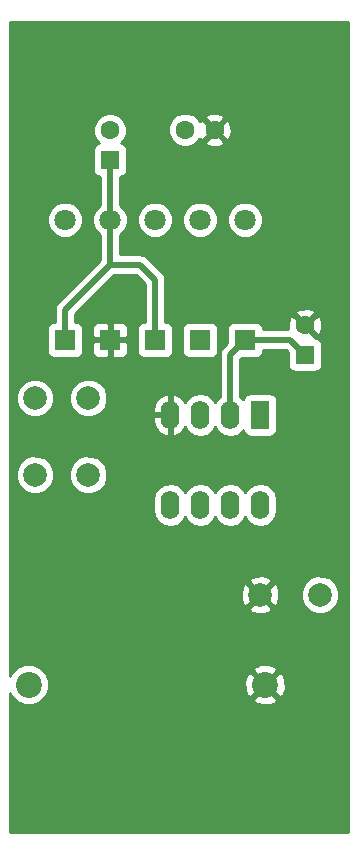
<source format=gbl>
G04 #@! TF.FileFunction,Copper,L2,Bot,Signal*
%FSLAX46Y46*%
G04 Gerber Fmt 4.6, Leading zero omitted, Abs format (unit mm)*
G04 Created by KiCad (PCBNEW 4.0.1-stable) date 2017/05/09 18:16:20*
%MOMM*%
G01*
G04 APERTURE LIST*
%ADD10C,0.100000*%
%ADD11C,2.200000*%
%ADD12C,1.600000*%
%ADD13R,1.600000X1.600000*%
%ADD14C,1.800000*%
%ADD15R,1.800000X1.800000*%
%ADD16C,2.000000*%
%ADD17R,1.600000X2.400000*%
%ADD18O,1.600000X2.400000*%
%ADD19C,0.500000*%
%ADD20C,0.254000*%
G04 APERTURE END LIST*
D10*
D11*
X130915000Y-130175000D03*
X150915000Y-130175000D03*
D12*
X144145000Y-83185000D03*
X146645000Y-83185000D03*
D13*
X137795000Y-85725000D03*
D12*
X137795000Y-83225000D03*
D13*
X154305000Y-102235000D03*
D12*
X154305000Y-99735000D03*
D14*
X133985000Y-90805000D03*
D15*
X133985000Y-100965000D03*
D14*
X137795000Y-90805000D03*
D15*
X137795000Y-100965000D03*
D14*
X141605000Y-90805000D03*
D15*
X141605000Y-100965000D03*
D14*
X149225000Y-90805000D03*
D15*
X149225000Y-100965000D03*
D14*
X145415000Y-90805000D03*
D15*
X145415000Y-100965000D03*
D16*
X155575000Y-122555000D03*
X150495000Y-122555000D03*
X135945000Y-112395000D03*
X131445000Y-112395000D03*
X135945000Y-105895000D03*
X131445000Y-105895000D03*
D17*
X150495000Y-107315000D03*
D18*
X142875000Y-114935000D03*
X147955000Y-107315000D03*
X145415000Y-114935000D03*
X145415000Y-107315000D03*
X147955000Y-114935000D03*
X142875000Y-107315000D03*
X150495000Y-114935000D03*
D19*
X141605000Y-100965000D02*
X141605000Y-95885000D01*
X140335000Y-94615000D02*
X137795000Y-94615000D01*
X141605000Y-95885000D02*
X140335000Y-94615000D01*
X133985000Y-100965000D02*
X133985000Y-98425000D01*
X137795000Y-94615000D02*
X137795000Y-85725000D01*
X133985000Y-98425000D02*
X137795000Y-94615000D01*
X147955000Y-102235000D02*
X149225000Y-100965000D01*
X149225000Y-100965000D02*
X153035000Y-100965000D01*
X147955000Y-107315000D02*
X147955000Y-102235000D01*
X153035000Y-100965000D02*
X154305000Y-102235000D01*
D20*
G36*
X129443281Y-131156515D02*
X129930918Y-131645004D01*
X130568373Y-131909699D01*
X131258599Y-131910301D01*
X131896515Y-131646719D01*
X132385004Y-131159082D01*
X132649699Y-130521627D01*
X132650301Y-129831401D01*
X132386719Y-129193485D01*
X131899082Y-128704996D01*
X131768795Y-128650896D01*
X131768795Y-114030284D01*
X132369943Y-113781894D01*
X132830278Y-113322363D01*
X133079716Y-112721648D01*
X133080284Y-112071205D01*
X132831894Y-111470057D01*
X132372363Y-111009722D01*
X131771648Y-110760284D01*
X131768795Y-110760282D01*
X131768795Y-107530284D01*
X132369943Y-107281894D01*
X132830278Y-106822363D01*
X133079716Y-106221648D01*
X133080284Y-105571205D01*
X132831894Y-104970057D01*
X132372363Y-104509722D01*
X131771648Y-104260284D01*
X131121205Y-104259716D01*
X130520057Y-104508106D01*
X130059722Y-104967637D01*
X129810284Y-105568352D01*
X129809716Y-106218795D01*
X130058106Y-106819943D01*
X130517637Y-107280278D01*
X131118352Y-107529716D01*
X131768795Y-107530284D01*
X131768795Y-110760282D01*
X131121205Y-110759716D01*
X130520057Y-111008106D01*
X130059722Y-111467637D01*
X129810284Y-112068352D01*
X129809716Y-112718795D01*
X130058106Y-113319943D01*
X130517637Y-113780278D01*
X131118352Y-114029716D01*
X131768795Y-114030284D01*
X131768795Y-128650896D01*
X131261627Y-128440301D01*
X130571401Y-128439699D01*
X129933485Y-128703281D01*
X129444996Y-129190918D01*
X129330000Y-129467859D01*
X129330000Y-74020000D01*
X157960000Y-74020000D01*
X157960000Y-142650000D01*
X155898795Y-142650000D01*
X155898795Y-124190284D01*
X156499943Y-123941894D01*
X156960278Y-123482363D01*
X157209716Y-122881648D01*
X157210284Y-122231205D01*
X156961894Y-121630057D01*
X156502363Y-121169722D01*
X155901648Y-120920284D01*
X155251205Y-120919716D01*
X154650057Y-121168106D01*
X154189722Y-121627637D01*
X153940284Y-122228352D01*
X153939716Y-122878795D01*
X154188106Y-123479943D01*
X154647637Y-123940278D01*
X155248352Y-124189716D01*
X155898795Y-124190284D01*
X155898795Y-142650000D01*
X152139868Y-142650000D01*
X152139868Y-131220263D01*
X152417099Y-131109359D01*
X152660323Y-130463407D01*
X152637836Y-129773547D01*
X152417099Y-129240641D01*
X152139868Y-129129737D01*
X151094605Y-130175000D01*
X152139868Y-131220263D01*
X152139868Y-142650000D01*
X150626593Y-142650000D01*
X150626593Y-131920323D01*
X151316453Y-131897836D01*
X151849359Y-131677099D01*
X151960263Y-131399868D01*
X150915000Y-130354605D01*
X150915000Y-129995395D01*
X151960263Y-128950132D01*
X151849359Y-128672901D01*
X151647532Y-128596906D01*
X151647532Y-123527927D01*
X151914387Y-123429264D01*
X152140908Y-122819539D01*
X152116856Y-122169540D01*
X151914387Y-121680736D01*
X151647532Y-121582073D01*
X150674605Y-122555000D01*
X151647532Y-123527927D01*
X151647532Y-128596906D01*
X151203407Y-128429677D01*
X150513547Y-128452164D01*
X150230461Y-128569422D01*
X150230461Y-124200908D01*
X150880460Y-124176856D01*
X151369264Y-123974387D01*
X151467927Y-123707532D01*
X150495000Y-122734605D01*
X150495000Y-122375395D01*
X151467927Y-121402468D01*
X151369264Y-121135613D01*
X150759539Y-120909092D01*
X150109540Y-120933144D01*
X149620736Y-121135613D01*
X149522073Y-121402468D01*
X150495000Y-122375395D01*
X150495000Y-122734605D01*
X149522073Y-123707532D01*
X149620736Y-123974387D01*
X150230461Y-124200908D01*
X150230461Y-128569422D01*
X149980641Y-128672901D01*
X149869737Y-128950132D01*
X150915000Y-129995395D01*
X150915000Y-130354605D01*
X149869737Y-131399868D01*
X149980641Y-131677099D01*
X150626593Y-131920323D01*
X150626593Y-142650000D01*
X149690132Y-142650000D01*
X149690132Y-131220263D01*
X150735395Y-130175000D01*
X149690132Y-129129737D01*
X149412901Y-129240641D01*
X149342468Y-129427696D01*
X149342468Y-123527927D01*
X150315395Y-122555000D01*
X149342468Y-121582073D01*
X149075613Y-121680736D01*
X148849092Y-122290461D01*
X148873144Y-122940460D01*
X149075613Y-123429264D01*
X149342468Y-123527927D01*
X149342468Y-129427696D01*
X149169677Y-129886593D01*
X149192164Y-130576453D01*
X149412901Y-131109359D01*
X149690132Y-131220263D01*
X149690132Y-142650000D01*
X142875000Y-142650000D01*
X142875000Y-116805950D01*
X143424151Y-116696717D01*
X143889698Y-116385648D01*
X144145000Y-116003562D01*
X144400302Y-116385648D01*
X144865849Y-116696717D01*
X145415000Y-116805950D01*
X145964151Y-116696717D01*
X146429698Y-116385648D01*
X146685000Y-116003562D01*
X146940302Y-116385648D01*
X147405849Y-116696717D01*
X147955000Y-116805950D01*
X148504151Y-116696717D01*
X148969698Y-116385648D01*
X149225000Y-116003562D01*
X149480302Y-116385648D01*
X149945849Y-116696717D01*
X150495000Y-116805950D01*
X151044151Y-116696717D01*
X151509698Y-116385648D01*
X151820767Y-115920101D01*
X151930000Y-115370950D01*
X151930000Y-114499050D01*
X151820767Y-113949899D01*
X151509698Y-113484352D01*
X151044151Y-113173283D01*
X150495000Y-113064050D01*
X149945849Y-113173283D01*
X149480302Y-113484352D01*
X149225000Y-113866438D01*
X148969698Y-113484352D01*
X148504151Y-113173283D01*
X147955000Y-113064050D01*
X147405849Y-113173283D01*
X146940302Y-113484352D01*
X146685000Y-113866438D01*
X146429698Y-113484352D01*
X145964151Y-113173283D01*
X145415000Y-113064050D01*
X145415000Y-109185950D01*
X145964151Y-109076717D01*
X146429698Y-108765648D01*
X146685000Y-108383562D01*
X146940302Y-108765648D01*
X147405849Y-109076717D01*
X147955000Y-109185950D01*
X148504151Y-109076717D01*
X148969698Y-108765648D01*
X149067251Y-108619650D01*
X149091838Y-108750317D01*
X149230910Y-108966441D01*
X149443110Y-109111431D01*
X149695000Y-109162440D01*
X151295000Y-109162440D01*
X151530317Y-109118162D01*
X151746441Y-108979090D01*
X151891431Y-108766890D01*
X151942440Y-108515000D01*
X151942440Y-106115000D01*
X151898162Y-105879683D01*
X151759090Y-105663559D01*
X151546890Y-105518569D01*
X151295000Y-105467560D01*
X149695000Y-105467560D01*
X149459683Y-105511838D01*
X149243559Y-105650910D01*
X149098569Y-105863110D01*
X149068403Y-106012074D01*
X148969698Y-105864352D01*
X148840000Y-105777690D01*
X148840000Y-102601580D01*
X148929140Y-102512440D01*
X150125000Y-102512440D01*
X150360317Y-102468162D01*
X150576441Y-102329090D01*
X150721431Y-102116890D01*
X150772440Y-101865000D01*
X150772440Y-101850000D01*
X152668421Y-101850000D01*
X152857560Y-102039139D01*
X152857560Y-103035000D01*
X152901838Y-103270317D01*
X153040910Y-103486441D01*
X153253110Y-103631431D01*
X153505000Y-103682440D01*
X155105000Y-103682440D01*
X155340317Y-103638162D01*
X155556441Y-103499090D01*
X155701431Y-103286890D01*
X155752440Y-103035000D01*
X155752440Y-101435000D01*
X155708162Y-101199683D01*
X155569090Y-100983559D01*
X155356890Y-100838569D01*
X155312745Y-100829630D01*
X155312745Y-100563139D01*
X155558864Y-100489005D01*
X155751965Y-99951777D01*
X155724778Y-99381546D01*
X155558864Y-98980995D01*
X155312745Y-98906861D01*
X154484605Y-99735000D01*
X155312745Y-100563139D01*
X155312745Y-100829630D01*
X155118799Y-100790354D01*
X155133139Y-100742745D01*
X154305000Y-99914605D01*
X154305000Y-99555395D01*
X155133139Y-98727255D01*
X155059005Y-98481136D01*
X154521777Y-98288035D01*
X153951546Y-98315222D01*
X153550995Y-98481136D01*
X153476861Y-98727255D01*
X154305000Y-99555395D01*
X154305000Y-99914605D01*
X154290858Y-99928747D01*
X154111252Y-99749142D01*
X154125395Y-99735000D01*
X153297255Y-98906861D01*
X153051136Y-98980995D01*
X152858035Y-99518223D01*
X152884819Y-100080000D01*
X150772440Y-100080000D01*
X150772440Y-100065000D01*
X150728162Y-99829683D01*
X150589090Y-99613559D01*
X150376890Y-99468569D01*
X150125000Y-99417560D01*
X149528991Y-99417560D01*
X149528991Y-92340265D01*
X150093371Y-92107068D01*
X150525551Y-91675643D01*
X150759733Y-91111670D01*
X150760265Y-90501009D01*
X150527068Y-89936629D01*
X150095643Y-89504449D01*
X149531670Y-89270267D01*
X148921009Y-89269735D01*
X148356629Y-89502932D01*
X147924449Y-89934357D01*
X147690267Y-90498330D01*
X147689735Y-91108991D01*
X147922932Y-91673371D01*
X148354357Y-92105551D01*
X148918330Y-92339733D01*
X149528991Y-92340265D01*
X149528991Y-99417560D01*
X148325000Y-99417560D01*
X148089683Y-99461838D01*
X147873559Y-99600910D01*
X147728569Y-99813110D01*
X147677560Y-100065000D01*
X147677560Y-101260860D01*
X147652745Y-101285675D01*
X147652745Y-84013139D01*
X147898864Y-83939005D01*
X148091965Y-83401777D01*
X148064778Y-82831546D01*
X147898864Y-82430995D01*
X147652745Y-82356861D01*
X146824605Y-83185000D01*
X147652745Y-84013139D01*
X147652745Y-101285675D01*
X147329210Y-101609210D01*
X147137367Y-101896325D01*
X147126190Y-101952516D01*
X147069999Y-102235000D01*
X147070000Y-102235005D01*
X147070000Y-105777690D01*
X146940302Y-105864352D01*
X146685000Y-106246438D01*
X146429698Y-105864352D01*
X145964151Y-105553283D01*
X145415000Y-105444050D01*
X144865849Y-105553283D01*
X144515000Y-105787713D01*
X144515000Y-102512440D01*
X146315000Y-102512440D01*
X146550317Y-102468162D01*
X146766441Y-102329090D01*
X146911431Y-102116890D01*
X146962440Y-101865000D01*
X146962440Y-100065000D01*
X146918162Y-99829683D01*
X146779090Y-99613559D01*
X146566890Y-99468569D01*
X146315000Y-99417560D01*
X145718991Y-99417560D01*
X145718991Y-92340265D01*
X146283371Y-92107068D01*
X146715551Y-91675643D01*
X146949733Y-91111670D01*
X146950265Y-90501009D01*
X146717068Y-89936629D01*
X146428223Y-89647279D01*
X146428223Y-84631965D01*
X146998454Y-84604778D01*
X147399005Y-84438864D01*
X147473139Y-84192745D01*
X146645000Y-83364605D01*
X146645000Y-83005395D01*
X147473139Y-82177255D01*
X147399005Y-81931136D01*
X146861777Y-81738035D01*
X146291546Y-81765222D01*
X145890995Y-81931136D01*
X145816861Y-82177255D01*
X146645000Y-83005395D01*
X146645000Y-83364605D01*
X145816861Y-84192745D01*
X145890995Y-84438864D01*
X146428223Y-84631965D01*
X146428223Y-89647279D01*
X146285643Y-89504449D01*
X145721670Y-89270267D01*
X145111009Y-89269735D01*
X144546629Y-89502932D01*
X144429187Y-89620168D01*
X144429187Y-84620248D01*
X144956800Y-84402243D01*
X145360824Y-83998923D01*
X145388423Y-83932456D01*
X145391136Y-83939005D01*
X145637255Y-84013139D01*
X146465395Y-83185000D01*
X145637255Y-82356861D01*
X145391136Y-82430995D01*
X145388804Y-82437483D01*
X145362243Y-82373200D01*
X144958923Y-81969176D01*
X144431691Y-81750250D01*
X143860813Y-81749752D01*
X143333200Y-81967757D01*
X142929176Y-82371077D01*
X142710250Y-82898309D01*
X142709752Y-83469187D01*
X142927757Y-83996800D01*
X143331077Y-84400824D01*
X143858309Y-84619750D01*
X144429187Y-84620248D01*
X144429187Y-89620168D01*
X144114449Y-89934357D01*
X143880267Y-90498330D01*
X143879735Y-91108991D01*
X144112932Y-91673371D01*
X144544357Y-92105551D01*
X145108330Y-92339733D01*
X145718991Y-92340265D01*
X145718991Y-99417560D01*
X144515000Y-99417560D01*
X144279683Y-99461838D01*
X144063559Y-99600910D01*
X143918569Y-99813110D01*
X143867560Y-100065000D01*
X143867560Y-101865000D01*
X143911838Y-102100317D01*
X144050910Y-102316441D01*
X144263110Y-102461431D01*
X144515000Y-102512440D01*
X144515000Y-105787713D01*
X144400302Y-105864352D01*
X144147493Y-106242707D01*
X143799896Y-105810500D01*
X143306819Y-105540633D01*
X143224039Y-105523096D01*
X143002000Y-105645085D01*
X143002000Y-107188000D01*
X143022000Y-107188000D01*
X143022000Y-107442000D01*
X143002000Y-107442000D01*
X143002000Y-108984915D01*
X143224039Y-109106904D01*
X143306819Y-109089367D01*
X143799896Y-108819500D01*
X144147493Y-108387293D01*
X144400302Y-108765648D01*
X144865849Y-109076717D01*
X145415000Y-109185950D01*
X145415000Y-113064050D01*
X144865849Y-113173283D01*
X144400302Y-113484352D01*
X144145000Y-113866438D01*
X143889698Y-113484352D01*
X143424151Y-113173283D01*
X142875000Y-113064050D01*
X142525961Y-113133478D01*
X142525961Y-109106904D01*
X142748000Y-108984915D01*
X142748000Y-107442000D01*
X141440000Y-107442000D01*
X141440000Y-107188000D01*
X142748000Y-107188000D01*
X142748000Y-105645085D01*
X142525961Y-105523096D01*
X142443181Y-105540633D01*
X141950104Y-105810500D01*
X141597834Y-106248517D01*
X141440000Y-106788000D01*
X141440000Y-107188000D01*
X141440000Y-107442000D01*
X141440000Y-107842000D01*
X141597834Y-108381483D01*
X141950104Y-108819500D01*
X142443181Y-109089367D01*
X142525961Y-109106904D01*
X142525961Y-113133478D01*
X142325849Y-113173283D01*
X141860302Y-113484352D01*
X141549233Y-113949899D01*
X141440000Y-114499050D01*
X141440000Y-115370950D01*
X141549233Y-115920101D01*
X141860302Y-116385648D01*
X142325849Y-116696717D01*
X142875000Y-116805950D01*
X142875000Y-142650000D01*
X138080750Y-142650000D01*
X138080750Y-102500000D01*
X138821310Y-102500000D01*
X139054699Y-102403327D01*
X139233327Y-102224698D01*
X139330000Y-101991309D01*
X139330000Y-101250750D01*
X139171250Y-101092000D01*
X137922000Y-101092000D01*
X137922000Y-100838000D01*
X139171250Y-100838000D01*
X139330000Y-100679250D01*
X139330000Y-99938691D01*
X139233327Y-99705302D01*
X139054699Y-99526673D01*
X138821310Y-99430000D01*
X138080750Y-99430000D01*
X137922000Y-99588750D01*
X137922000Y-100838000D01*
X137922000Y-101092000D01*
X137922000Y-102341250D01*
X138080750Y-102500000D01*
X138080750Y-142650000D01*
X136268795Y-142650000D01*
X136268795Y-114030284D01*
X136869943Y-113781894D01*
X137330278Y-113322363D01*
X137579716Y-112721648D01*
X137580284Y-112071205D01*
X137331894Y-111470057D01*
X136872363Y-111009722D01*
X136271648Y-110760284D01*
X136268795Y-110760282D01*
X136268795Y-107530284D01*
X136869943Y-107281894D01*
X137330278Y-106822363D01*
X137579716Y-106221648D01*
X137580284Y-105571205D01*
X137331894Y-104970057D01*
X136872363Y-104509722D01*
X136768690Y-104466674D01*
X136768690Y-102500000D01*
X137509250Y-102500000D01*
X137668000Y-102341250D01*
X137668000Y-101092000D01*
X136418750Y-101092000D01*
X136418750Y-100838000D01*
X137668000Y-100838000D01*
X137668000Y-99588750D01*
X137509250Y-99430000D01*
X136768690Y-99430000D01*
X136535301Y-99526673D01*
X136356673Y-99705302D01*
X136260000Y-99938691D01*
X136260000Y-100679250D01*
X136418750Y-100838000D01*
X136418750Y-101092000D01*
X136260000Y-101250750D01*
X136260000Y-101991309D01*
X136356673Y-102224698D01*
X136535301Y-102403327D01*
X136768690Y-102500000D01*
X136768690Y-104466674D01*
X136271648Y-104260284D01*
X135621205Y-104259716D01*
X135020057Y-104508106D01*
X134559722Y-104967637D01*
X134310284Y-105568352D01*
X134309716Y-106218795D01*
X134558106Y-106819943D01*
X135017637Y-107280278D01*
X135618352Y-107529716D01*
X136268795Y-107530284D01*
X136268795Y-110760282D01*
X135621205Y-110759716D01*
X135020057Y-111008106D01*
X134559722Y-111467637D01*
X134310284Y-112068352D01*
X134309716Y-112718795D01*
X134558106Y-113319943D01*
X135017637Y-113780278D01*
X135618352Y-114029716D01*
X136268795Y-114030284D01*
X136268795Y-142650000D01*
X133085000Y-142650000D01*
X133085000Y-102512440D01*
X134885000Y-102512440D01*
X135120317Y-102468162D01*
X135336441Y-102329090D01*
X135481431Y-102116890D01*
X135532440Y-101865000D01*
X135532440Y-100065000D01*
X135488162Y-99829683D01*
X135349090Y-99613559D01*
X135136890Y-99468569D01*
X134885000Y-99417560D01*
X134870000Y-99417560D01*
X134870000Y-98791580D01*
X138161579Y-95500000D01*
X139968421Y-95500000D01*
X140720000Y-96251580D01*
X140720000Y-99417560D01*
X140705000Y-99417560D01*
X140469683Y-99461838D01*
X140253559Y-99600910D01*
X140108569Y-99813110D01*
X140057560Y-100065000D01*
X140057560Y-101865000D01*
X140101838Y-102100317D01*
X140240910Y-102316441D01*
X140453110Y-102461431D01*
X140705000Y-102512440D01*
X142505000Y-102512440D01*
X142740317Y-102468162D01*
X142956441Y-102329090D01*
X143101431Y-102116890D01*
X143152440Y-101865000D01*
X143152440Y-100065000D01*
X143108162Y-99829683D01*
X142969090Y-99613559D01*
X142756890Y-99468569D01*
X142505000Y-99417560D01*
X142490000Y-99417560D01*
X142490000Y-95885005D01*
X142490001Y-95885000D01*
X142433810Y-95602516D01*
X142422633Y-95546325D01*
X142230790Y-95259210D01*
X141908991Y-94937412D01*
X141908991Y-92340265D01*
X142473371Y-92107068D01*
X142905551Y-91675643D01*
X143139733Y-91111670D01*
X143140265Y-90501009D01*
X142907068Y-89936629D01*
X142475643Y-89504449D01*
X141911670Y-89270267D01*
X141301009Y-89269735D01*
X140736629Y-89502932D01*
X140304449Y-89934357D01*
X140070267Y-90498330D01*
X140069735Y-91108991D01*
X140302932Y-91673371D01*
X140734357Y-92105551D01*
X141298330Y-92339733D01*
X141908991Y-92340265D01*
X141908991Y-94937412D01*
X140960792Y-93989213D01*
X140960790Y-93989210D01*
X140673675Y-93797367D01*
X140469683Y-93756790D01*
X140335000Y-93729999D01*
X140334995Y-93730000D01*
X138680000Y-93730000D01*
X138680000Y-92090468D01*
X139095551Y-91675643D01*
X139329733Y-91111670D01*
X139330265Y-90501009D01*
X139097068Y-89936629D01*
X138680000Y-89518831D01*
X138680000Y-87156446D01*
X138830317Y-87128162D01*
X139046441Y-86989090D01*
X139191431Y-86776890D01*
X139242440Y-86525000D01*
X139242440Y-84925000D01*
X139198162Y-84689683D01*
X139059090Y-84473559D01*
X138846890Y-84328569D01*
X138741959Y-84307320D01*
X139010824Y-84038923D01*
X139229750Y-83511691D01*
X139230248Y-82940813D01*
X139012243Y-82413200D01*
X138608923Y-82009176D01*
X138081691Y-81790250D01*
X137510813Y-81789752D01*
X136983200Y-82007757D01*
X136579176Y-82411077D01*
X136360250Y-82938309D01*
X136359752Y-83509187D01*
X136577757Y-84036800D01*
X136846072Y-84305583D01*
X136759683Y-84321838D01*
X136543559Y-84460910D01*
X136398569Y-84673110D01*
X136347560Y-84925000D01*
X136347560Y-86525000D01*
X136391838Y-86760317D01*
X136530910Y-86976441D01*
X136743110Y-87121431D01*
X136910000Y-87155227D01*
X136910000Y-89519532D01*
X136494449Y-89934357D01*
X136260267Y-90498330D01*
X136259735Y-91108991D01*
X136492932Y-91673371D01*
X136910000Y-92091169D01*
X136910000Y-94248421D01*
X134288991Y-96869429D01*
X134288991Y-92340265D01*
X134853371Y-92107068D01*
X135285551Y-91675643D01*
X135519733Y-91111670D01*
X135520265Y-90501009D01*
X135287068Y-89936629D01*
X134855643Y-89504449D01*
X134291670Y-89270267D01*
X133681009Y-89269735D01*
X133116629Y-89502932D01*
X132684449Y-89934357D01*
X132450267Y-90498330D01*
X132449735Y-91108991D01*
X132682932Y-91673371D01*
X133114357Y-92105551D01*
X133678330Y-92339733D01*
X134288991Y-92340265D01*
X134288991Y-96869429D01*
X133359210Y-97799210D01*
X133167367Y-98086325D01*
X133156190Y-98142516D01*
X133099999Y-98425000D01*
X133100000Y-98425005D01*
X133100000Y-99417560D01*
X133085000Y-99417560D01*
X132849683Y-99461838D01*
X132633559Y-99600910D01*
X132488569Y-99813110D01*
X132437560Y-100065000D01*
X132437560Y-101865000D01*
X132481838Y-102100317D01*
X132620910Y-102316441D01*
X132833110Y-102461431D01*
X133085000Y-102512440D01*
X133085000Y-142650000D01*
X129330000Y-142650000D01*
X129330000Y-130882355D01*
X129443281Y-131156515D01*
X129443281Y-131156515D01*
G37*
X129443281Y-131156515D02*
X129930918Y-131645004D01*
X130568373Y-131909699D01*
X131258599Y-131910301D01*
X131896515Y-131646719D01*
X132385004Y-131159082D01*
X132649699Y-130521627D01*
X132650301Y-129831401D01*
X132386719Y-129193485D01*
X131899082Y-128704996D01*
X131768795Y-128650896D01*
X131768795Y-114030284D01*
X132369943Y-113781894D01*
X132830278Y-113322363D01*
X133079716Y-112721648D01*
X133080284Y-112071205D01*
X132831894Y-111470057D01*
X132372363Y-111009722D01*
X131771648Y-110760284D01*
X131768795Y-110760282D01*
X131768795Y-107530284D01*
X132369943Y-107281894D01*
X132830278Y-106822363D01*
X133079716Y-106221648D01*
X133080284Y-105571205D01*
X132831894Y-104970057D01*
X132372363Y-104509722D01*
X131771648Y-104260284D01*
X131121205Y-104259716D01*
X130520057Y-104508106D01*
X130059722Y-104967637D01*
X129810284Y-105568352D01*
X129809716Y-106218795D01*
X130058106Y-106819943D01*
X130517637Y-107280278D01*
X131118352Y-107529716D01*
X131768795Y-107530284D01*
X131768795Y-110760282D01*
X131121205Y-110759716D01*
X130520057Y-111008106D01*
X130059722Y-111467637D01*
X129810284Y-112068352D01*
X129809716Y-112718795D01*
X130058106Y-113319943D01*
X130517637Y-113780278D01*
X131118352Y-114029716D01*
X131768795Y-114030284D01*
X131768795Y-128650896D01*
X131261627Y-128440301D01*
X130571401Y-128439699D01*
X129933485Y-128703281D01*
X129444996Y-129190918D01*
X129330000Y-129467859D01*
X129330000Y-74020000D01*
X157960000Y-74020000D01*
X157960000Y-142650000D01*
X155898795Y-142650000D01*
X155898795Y-124190284D01*
X156499943Y-123941894D01*
X156960278Y-123482363D01*
X157209716Y-122881648D01*
X157210284Y-122231205D01*
X156961894Y-121630057D01*
X156502363Y-121169722D01*
X155901648Y-120920284D01*
X155251205Y-120919716D01*
X154650057Y-121168106D01*
X154189722Y-121627637D01*
X153940284Y-122228352D01*
X153939716Y-122878795D01*
X154188106Y-123479943D01*
X154647637Y-123940278D01*
X155248352Y-124189716D01*
X155898795Y-124190284D01*
X155898795Y-142650000D01*
X152139868Y-142650000D01*
X152139868Y-131220263D01*
X152417099Y-131109359D01*
X152660323Y-130463407D01*
X152637836Y-129773547D01*
X152417099Y-129240641D01*
X152139868Y-129129737D01*
X151094605Y-130175000D01*
X152139868Y-131220263D01*
X152139868Y-142650000D01*
X150626593Y-142650000D01*
X150626593Y-131920323D01*
X151316453Y-131897836D01*
X151849359Y-131677099D01*
X151960263Y-131399868D01*
X150915000Y-130354605D01*
X150915000Y-129995395D01*
X151960263Y-128950132D01*
X151849359Y-128672901D01*
X151647532Y-128596906D01*
X151647532Y-123527927D01*
X151914387Y-123429264D01*
X152140908Y-122819539D01*
X152116856Y-122169540D01*
X151914387Y-121680736D01*
X151647532Y-121582073D01*
X150674605Y-122555000D01*
X151647532Y-123527927D01*
X151647532Y-128596906D01*
X151203407Y-128429677D01*
X150513547Y-128452164D01*
X150230461Y-128569422D01*
X150230461Y-124200908D01*
X150880460Y-124176856D01*
X151369264Y-123974387D01*
X151467927Y-123707532D01*
X150495000Y-122734605D01*
X150495000Y-122375395D01*
X151467927Y-121402468D01*
X151369264Y-121135613D01*
X150759539Y-120909092D01*
X150109540Y-120933144D01*
X149620736Y-121135613D01*
X149522073Y-121402468D01*
X150495000Y-122375395D01*
X150495000Y-122734605D01*
X149522073Y-123707532D01*
X149620736Y-123974387D01*
X150230461Y-124200908D01*
X150230461Y-128569422D01*
X149980641Y-128672901D01*
X149869737Y-128950132D01*
X150915000Y-129995395D01*
X150915000Y-130354605D01*
X149869737Y-131399868D01*
X149980641Y-131677099D01*
X150626593Y-131920323D01*
X150626593Y-142650000D01*
X149690132Y-142650000D01*
X149690132Y-131220263D01*
X150735395Y-130175000D01*
X149690132Y-129129737D01*
X149412901Y-129240641D01*
X149342468Y-129427696D01*
X149342468Y-123527927D01*
X150315395Y-122555000D01*
X149342468Y-121582073D01*
X149075613Y-121680736D01*
X148849092Y-122290461D01*
X148873144Y-122940460D01*
X149075613Y-123429264D01*
X149342468Y-123527927D01*
X149342468Y-129427696D01*
X149169677Y-129886593D01*
X149192164Y-130576453D01*
X149412901Y-131109359D01*
X149690132Y-131220263D01*
X149690132Y-142650000D01*
X142875000Y-142650000D01*
X142875000Y-116805950D01*
X143424151Y-116696717D01*
X143889698Y-116385648D01*
X144145000Y-116003562D01*
X144400302Y-116385648D01*
X144865849Y-116696717D01*
X145415000Y-116805950D01*
X145964151Y-116696717D01*
X146429698Y-116385648D01*
X146685000Y-116003562D01*
X146940302Y-116385648D01*
X147405849Y-116696717D01*
X147955000Y-116805950D01*
X148504151Y-116696717D01*
X148969698Y-116385648D01*
X149225000Y-116003562D01*
X149480302Y-116385648D01*
X149945849Y-116696717D01*
X150495000Y-116805950D01*
X151044151Y-116696717D01*
X151509698Y-116385648D01*
X151820767Y-115920101D01*
X151930000Y-115370950D01*
X151930000Y-114499050D01*
X151820767Y-113949899D01*
X151509698Y-113484352D01*
X151044151Y-113173283D01*
X150495000Y-113064050D01*
X149945849Y-113173283D01*
X149480302Y-113484352D01*
X149225000Y-113866438D01*
X148969698Y-113484352D01*
X148504151Y-113173283D01*
X147955000Y-113064050D01*
X147405849Y-113173283D01*
X146940302Y-113484352D01*
X146685000Y-113866438D01*
X146429698Y-113484352D01*
X145964151Y-113173283D01*
X145415000Y-113064050D01*
X145415000Y-109185950D01*
X145964151Y-109076717D01*
X146429698Y-108765648D01*
X146685000Y-108383562D01*
X146940302Y-108765648D01*
X147405849Y-109076717D01*
X147955000Y-109185950D01*
X148504151Y-109076717D01*
X148969698Y-108765648D01*
X149067251Y-108619650D01*
X149091838Y-108750317D01*
X149230910Y-108966441D01*
X149443110Y-109111431D01*
X149695000Y-109162440D01*
X151295000Y-109162440D01*
X151530317Y-109118162D01*
X151746441Y-108979090D01*
X151891431Y-108766890D01*
X151942440Y-108515000D01*
X151942440Y-106115000D01*
X151898162Y-105879683D01*
X151759090Y-105663559D01*
X151546890Y-105518569D01*
X151295000Y-105467560D01*
X149695000Y-105467560D01*
X149459683Y-105511838D01*
X149243559Y-105650910D01*
X149098569Y-105863110D01*
X149068403Y-106012074D01*
X148969698Y-105864352D01*
X148840000Y-105777690D01*
X148840000Y-102601580D01*
X148929140Y-102512440D01*
X150125000Y-102512440D01*
X150360317Y-102468162D01*
X150576441Y-102329090D01*
X150721431Y-102116890D01*
X150772440Y-101865000D01*
X150772440Y-101850000D01*
X152668421Y-101850000D01*
X152857560Y-102039139D01*
X152857560Y-103035000D01*
X152901838Y-103270317D01*
X153040910Y-103486441D01*
X153253110Y-103631431D01*
X153505000Y-103682440D01*
X155105000Y-103682440D01*
X155340317Y-103638162D01*
X155556441Y-103499090D01*
X155701431Y-103286890D01*
X155752440Y-103035000D01*
X155752440Y-101435000D01*
X155708162Y-101199683D01*
X155569090Y-100983559D01*
X155356890Y-100838569D01*
X155312745Y-100829630D01*
X155312745Y-100563139D01*
X155558864Y-100489005D01*
X155751965Y-99951777D01*
X155724778Y-99381546D01*
X155558864Y-98980995D01*
X155312745Y-98906861D01*
X154484605Y-99735000D01*
X155312745Y-100563139D01*
X155312745Y-100829630D01*
X155118799Y-100790354D01*
X155133139Y-100742745D01*
X154305000Y-99914605D01*
X154305000Y-99555395D01*
X155133139Y-98727255D01*
X155059005Y-98481136D01*
X154521777Y-98288035D01*
X153951546Y-98315222D01*
X153550995Y-98481136D01*
X153476861Y-98727255D01*
X154305000Y-99555395D01*
X154305000Y-99914605D01*
X154290858Y-99928747D01*
X154111252Y-99749142D01*
X154125395Y-99735000D01*
X153297255Y-98906861D01*
X153051136Y-98980995D01*
X152858035Y-99518223D01*
X152884819Y-100080000D01*
X150772440Y-100080000D01*
X150772440Y-100065000D01*
X150728162Y-99829683D01*
X150589090Y-99613559D01*
X150376890Y-99468569D01*
X150125000Y-99417560D01*
X149528991Y-99417560D01*
X149528991Y-92340265D01*
X150093371Y-92107068D01*
X150525551Y-91675643D01*
X150759733Y-91111670D01*
X150760265Y-90501009D01*
X150527068Y-89936629D01*
X150095643Y-89504449D01*
X149531670Y-89270267D01*
X148921009Y-89269735D01*
X148356629Y-89502932D01*
X147924449Y-89934357D01*
X147690267Y-90498330D01*
X147689735Y-91108991D01*
X147922932Y-91673371D01*
X148354357Y-92105551D01*
X148918330Y-92339733D01*
X149528991Y-92340265D01*
X149528991Y-99417560D01*
X148325000Y-99417560D01*
X148089683Y-99461838D01*
X147873559Y-99600910D01*
X147728569Y-99813110D01*
X147677560Y-100065000D01*
X147677560Y-101260860D01*
X147652745Y-101285675D01*
X147652745Y-84013139D01*
X147898864Y-83939005D01*
X148091965Y-83401777D01*
X148064778Y-82831546D01*
X147898864Y-82430995D01*
X147652745Y-82356861D01*
X146824605Y-83185000D01*
X147652745Y-84013139D01*
X147652745Y-101285675D01*
X147329210Y-101609210D01*
X147137367Y-101896325D01*
X147126190Y-101952516D01*
X147069999Y-102235000D01*
X147070000Y-102235005D01*
X147070000Y-105777690D01*
X146940302Y-105864352D01*
X146685000Y-106246438D01*
X146429698Y-105864352D01*
X145964151Y-105553283D01*
X145415000Y-105444050D01*
X144865849Y-105553283D01*
X144515000Y-105787713D01*
X144515000Y-102512440D01*
X146315000Y-102512440D01*
X146550317Y-102468162D01*
X146766441Y-102329090D01*
X146911431Y-102116890D01*
X146962440Y-101865000D01*
X146962440Y-100065000D01*
X146918162Y-99829683D01*
X146779090Y-99613559D01*
X146566890Y-99468569D01*
X146315000Y-99417560D01*
X145718991Y-99417560D01*
X145718991Y-92340265D01*
X146283371Y-92107068D01*
X146715551Y-91675643D01*
X146949733Y-91111670D01*
X146950265Y-90501009D01*
X146717068Y-89936629D01*
X146428223Y-89647279D01*
X146428223Y-84631965D01*
X146998454Y-84604778D01*
X147399005Y-84438864D01*
X147473139Y-84192745D01*
X146645000Y-83364605D01*
X146645000Y-83005395D01*
X147473139Y-82177255D01*
X147399005Y-81931136D01*
X146861777Y-81738035D01*
X146291546Y-81765222D01*
X145890995Y-81931136D01*
X145816861Y-82177255D01*
X146645000Y-83005395D01*
X146645000Y-83364605D01*
X145816861Y-84192745D01*
X145890995Y-84438864D01*
X146428223Y-84631965D01*
X146428223Y-89647279D01*
X146285643Y-89504449D01*
X145721670Y-89270267D01*
X145111009Y-89269735D01*
X144546629Y-89502932D01*
X144429187Y-89620168D01*
X144429187Y-84620248D01*
X144956800Y-84402243D01*
X145360824Y-83998923D01*
X145388423Y-83932456D01*
X145391136Y-83939005D01*
X145637255Y-84013139D01*
X146465395Y-83185000D01*
X145637255Y-82356861D01*
X145391136Y-82430995D01*
X145388804Y-82437483D01*
X145362243Y-82373200D01*
X144958923Y-81969176D01*
X144431691Y-81750250D01*
X143860813Y-81749752D01*
X143333200Y-81967757D01*
X142929176Y-82371077D01*
X142710250Y-82898309D01*
X142709752Y-83469187D01*
X142927757Y-83996800D01*
X143331077Y-84400824D01*
X143858309Y-84619750D01*
X144429187Y-84620248D01*
X144429187Y-89620168D01*
X144114449Y-89934357D01*
X143880267Y-90498330D01*
X143879735Y-91108991D01*
X144112932Y-91673371D01*
X144544357Y-92105551D01*
X145108330Y-92339733D01*
X145718991Y-92340265D01*
X145718991Y-99417560D01*
X144515000Y-99417560D01*
X144279683Y-99461838D01*
X144063559Y-99600910D01*
X143918569Y-99813110D01*
X143867560Y-100065000D01*
X143867560Y-101865000D01*
X143911838Y-102100317D01*
X144050910Y-102316441D01*
X144263110Y-102461431D01*
X144515000Y-102512440D01*
X144515000Y-105787713D01*
X144400302Y-105864352D01*
X144147493Y-106242707D01*
X143799896Y-105810500D01*
X143306819Y-105540633D01*
X143224039Y-105523096D01*
X143002000Y-105645085D01*
X143002000Y-107188000D01*
X143022000Y-107188000D01*
X143022000Y-107442000D01*
X143002000Y-107442000D01*
X143002000Y-108984915D01*
X143224039Y-109106904D01*
X143306819Y-109089367D01*
X143799896Y-108819500D01*
X144147493Y-108387293D01*
X144400302Y-108765648D01*
X144865849Y-109076717D01*
X145415000Y-109185950D01*
X145415000Y-113064050D01*
X144865849Y-113173283D01*
X144400302Y-113484352D01*
X144145000Y-113866438D01*
X143889698Y-113484352D01*
X143424151Y-113173283D01*
X142875000Y-113064050D01*
X142525961Y-113133478D01*
X142525961Y-109106904D01*
X142748000Y-108984915D01*
X142748000Y-107442000D01*
X141440000Y-107442000D01*
X141440000Y-107188000D01*
X142748000Y-107188000D01*
X142748000Y-105645085D01*
X142525961Y-105523096D01*
X142443181Y-105540633D01*
X141950104Y-105810500D01*
X141597834Y-106248517D01*
X141440000Y-106788000D01*
X141440000Y-107188000D01*
X141440000Y-107442000D01*
X141440000Y-107842000D01*
X141597834Y-108381483D01*
X141950104Y-108819500D01*
X142443181Y-109089367D01*
X142525961Y-109106904D01*
X142525961Y-113133478D01*
X142325849Y-113173283D01*
X141860302Y-113484352D01*
X141549233Y-113949899D01*
X141440000Y-114499050D01*
X141440000Y-115370950D01*
X141549233Y-115920101D01*
X141860302Y-116385648D01*
X142325849Y-116696717D01*
X142875000Y-116805950D01*
X142875000Y-142650000D01*
X138080750Y-142650000D01*
X138080750Y-102500000D01*
X138821310Y-102500000D01*
X139054699Y-102403327D01*
X139233327Y-102224698D01*
X139330000Y-101991309D01*
X139330000Y-101250750D01*
X139171250Y-101092000D01*
X137922000Y-101092000D01*
X137922000Y-100838000D01*
X139171250Y-100838000D01*
X139330000Y-100679250D01*
X139330000Y-99938691D01*
X139233327Y-99705302D01*
X139054699Y-99526673D01*
X138821310Y-99430000D01*
X138080750Y-99430000D01*
X137922000Y-99588750D01*
X137922000Y-100838000D01*
X137922000Y-101092000D01*
X137922000Y-102341250D01*
X138080750Y-102500000D01*
X138080750Y-142650000D01*
X136268795Y-142650000D01*
X136268795Y-114030284D01*
X136869943Y-113781894D01*
X137330278Y-113322363D01*
X137579716Y-112721648D01*
X137580284Y-112071205D01*
X137331894Y-111470057D01*
X136872363Y-111009722D01*
X136271648Y-110760284D01*
X136268795Y-110760282D01*
X136268795Y-107530284D01*
X136869943Y-107281894D01*
X137330278Y-106822363D01*
X137579716Y-106221648D01*
X137580284Y-105571205D01*
X137331894Y-104970057D01*
X136872363Y-104509722D01*
X136768690Y-104466674D01*
X136768690Y-102500000D01*
X137509250Y-102500000D01*
X137668000Y-102341250D01*
X137668000Y-101092000D01*
X136418750Y-101092000D01*
X136418750Y-100838000D01*
X137668000Y-100838000D01*
X137668000Y-99588750D01*
X137509250Y-99430000D01*
X136768690Y-99430000D01*
X136535301Y-99526673D01*
X136356673Y-99705302D01*
X136260000Y-99938691D01*
X136260000Y-100679250D01*
X136418750Y-100838000D01*
X136418750Y-101092000D01*
X136260000Y-101250750D01*
X136260000Y-101991309D01*
X136356673Y-102224698D01*
X136535301Y-102403327D01*
X136768690Y-102500000D01*
X136768690Y-104466674D01*
X136271648Y-104260284D01*
X135621205Y-104259716D01*
X135020057Y-104508106D01*
X134559722Y-104967637D01*
X134310284Y-105568352D01*
X134309716Y-106218795D01*
X134558106Y-106819943D01*
X135017637Y-107280278D01*
X135618352Y-107529716D01*
X136268795Y-107530284D01*
X136268795Y-110760282D01*
X135621205Y-110759716D01*
X135020057Y-111008106D01*
X134559722Y-111467637D01*
X134310284Y-112068352D01*
X134309716Y-112718795D01*
X134558106Y-113319943D01*
X135017637Y-113780278D01*
X135618352Y-114029716D01*
X136268795Y-114030284D01*
X136268795Y-142650000D01*
X133085000Y-142650000D01*
X133085000Y-102512440D01*
X134885000Y-102512440D01*
X135120317Y-102468162D01*
X135336441Y-102329090D01*
X135481431Y-102116890D01*
X135532440Y-101865000D01*
X135532440Y-100065000D01*
X135488162Y-99829683D01*
X135349090Y-99613559D01*
X135136890Y-99468569D01*
X134885000Y-99417560D01*
X134870000Y-99417560D01*
X134870000Y-98791580D01*
X138161579Y-95500000D01*
X139968421Y-95500000D01*
X140720000Y-96251580D01*
X140720000Y-99417560D01*
X140705000Y-99417560D01*
X140469683Y-99461838D01*
X140253559Y-99600910D01*
X140108569Y-99813110D01*
X140057560Y-100065000D01*
X140057560Y-101865000D01*
X140101838Y-102100317D01*
X140240910Y-102316441D01*
X140453110Y-102461431D01*
X140705000Y-102512440D01*
X142505000Y-102512440D01*
X142740317Y-102468162D01*
X142956441Y-102329090D01*
X143101431Y-102116890D01*
X143152440Y-101865000D01*
X143152440Y-100065000D01*
X143108162Y-99829683D01*
X142969090Y-99613559D01*
X142756890Y-99468569D01*
X142505000Y-99417560D01*
X142490000Y-99417560D01*
X142490000Y-95885005D01*
X142490001Y-95885000D01*
X142433810Y-95602516D01*
X142422633Y-95546325D01*
X142230790Y-95259210D01*
X141908991Y-94937412D01*
X141908991Y-92340265D01*
X142473371Y-92107068D01*
X142905551Y-91675643D01*
X143139733Y-91111670D01*
X143140265Y-90501009D01*
X142907068Y-89936629D01*
X142475643Y-89504449D01*
X141911670Y-89270267D01*
X141301009Y-89269735D01*
X140736629Y-89502932D01*
X140304449Y-89934357D01*
X140070267Y-90498330D01*
X140069735Y-91108991D01*
X140302932Y-91673371D01*
X140734357Y-92105551D01*
X141298330Y-92339733D01*
X141908991Y-92340265D01*
X141908991Y-94937412D01*
X140960792Y-93989213D01*
X140960790Y-93989210D01*
X140673675Y-93797367D01*
X140469683Y-93756790D01*
X140335000Y-93729999D01*
X140334995Y-93730000D01*
X138680000Y-93730000D01*
X138680000Y-92090468D01*
X139095551Y-91675643D01*
X139329733Y-91111670D01*
X139330265Y-90501009D01*
X139097068Y-89936629D01*
X138680000Y-89518831D01*
X138680000Y-87156446D01*
X138830317Y-87128162D01*
X139046441Y-86989090D01*
X139191431Y-86776890D01*
X139242440Y-86525000D01*
X139242440Y-84925000D01*
X139198162Y-84689683D01*
X139059090Y-84473559D01*
X138846890Y-84328569D01*
X138741959Y-84307320D01*
X139010824Y-84038923D01*
X139229750Y-83511691D01*
X139230248Y-82940813D01*
X139012243Y-82413200D01*
X138608923Y-82009176D01*
X138081691Y-81790250D01*
X137510813Y-81789752D01*
X136983200Y-82007757D01*
X136579176Y-82411077D01*
X136360250Y-82938309D01*
X136359752Y-83509187D01*
X136577757Y-84036800D01*
X136846072Y-84305583D01*
X136759683Y-84321838D01*
X136543559Y-84460910D01*
X136398569Y-84673110D01*
X136347560Y-84925000D01*
X136347560Y-86525000D01*
X136391838Y-86760317D01*
X136530910Y-86976441D01*
X136743110Y-87121431D01*
X136910000Y-87155227D01*
X136910000Y-89519532D01*
X136494449Y-89934357D01*
X136260267Y-90498330D01*
X136259735Y-91108991D01*
X136492932Y-91673371D01*
X136910000Y-92091169D01*
X136910000Y-94248421D01*
X134288991Y-96869429D01*
X134288991Y-92340265D01*
X134853371Y-92107068D01*
X135285551Y-91675643D01*
X135519733Y-91111670D01*
X135520265Y-90501009D01*
X135287068Y-89936629D01*
X134855643Y-89504449D01*
X134291670Y-89270267D01*
X133681009Y-89269735D01*
X133116629Y-89502932D01*
X132684449Y-89934357D01*
X132450267Y-90498330D01*
X132449735Y-91108991D01*
X132682932Y-91673371D01*
X133114357Y-92105551D01*
X133678330Y-92339733D01*
X134288991Y-92340265D01*
X134288991Y-96869429D01*
X133359210Y-97799210D01*
X133167367Y-98086325D01*
X133156190Y-98142516D01*
X133099999Y-98425000D01*
X133100000Y-98425005D01*
X133100000Y-99417560D01*
X133085000Y-99417560D01*
X132849683Y-99461838D01*
X132633559Y-99600910D01*
X132488569Y-99813110D01*
X132437560Y-100065000D01*
X132437560Y-101865000D01*
X132481838Y-102100317D01*
X132620910Y-102316441D01*
X132833110Y-102461431D01*
X133085000Y-102512440D01*
X133085000Y-142650000D01*
X129330000Y-142650000D01*
X129330000Y-130882355D01*
X129443281Y-131156515D01*
M02*

</source>
